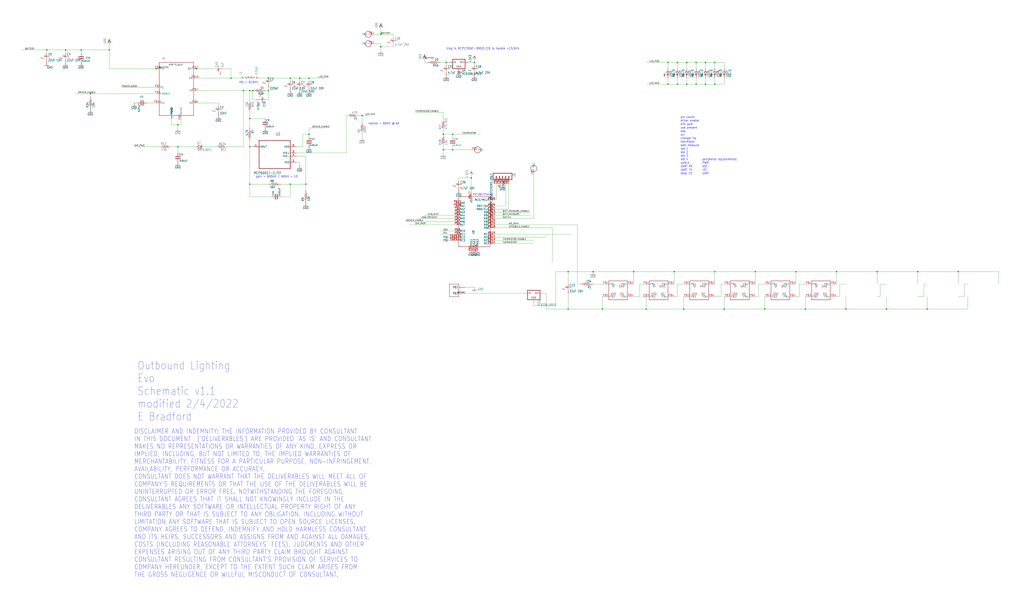
<source format=kicad_sch>
(kicad_sch (version 20250114) (generator "eeschema") (generator_version "9.0")
  (paper "User" 833.272 490.576)
  (text "Outbound Lighting\nEvo\nSchematic v1.1\nmodified 2/4/2022\nE Bradford" (at 111.76 342.9 0) (effects (font (size 6.4516 5.4838)) (justify left bottom)))
  (text "PIC18LF24K40" (at 384.556 159.512 0) (effects (font (size 1.778 1.5113)) (justify left bottom)))
  (text "DISCLAIMER AND INDEMNITY: THE INFORMATION PROVIDED BY CONSULTANT\nIN THIS DOCUMENT  ('DELIVERABLES') ARE PROVIDED 'AS IS' AND CONSULTANT\nMAKES NO REPRESENTATIONS OR WARRANTIES OF ANY KIND, EXPRESS OR\nIMPLIED, INCLUDING, BUT NOT LIMITED TO, THE IMPLIED WARRANTIES OF\nMERCHANTABILITY, FITNESS FOR A PARTICULAR PURPOSE, NON-INFRINGEMENT,\nAVAILABILITY, PERFORMANCE OR ACCURACY.\nCONSULTANT DOES NOT WARRANT THAT THE DELIVERABLES WILL MEET ALL OF\nCOMPANY'S REQUIREMENTS OR THAT THE USE OF THE DELIVERABLES WILL BE\nUNINTERRUPTED OR ERROR FREE. NOTWITHSTANDING THE FOREGOING,\nCONSULTANT AGREES THAT IT SHALL NOT KNOWINGLY INCLUDE IN THE\nDELIVERABLES ANY SOFTWARE OR INTELLECTUAL PROPERTY RIGHT OF ANY\nTHIRD PARTY OR THAT IS SUBJECT TO ANY OBLIGATION, INCLUDING WITHOUT\nLIMITATION ANY SOFTWARE THAT IS SUBJECT TO OPEN SOURCE LICENSES.\nCOMPANY AGREES TO DEFEND, INDEMNIFY AND HOLD HARMLESS CONSULTANT\nAND ITS HEIRS, SUCCESSORS AND ASSIGNS FROM AND AGAINST ALL DAMAGES,\nCOSTS (INCLUDING REASONABLE ATTORNEYS' FEES), JUDGMENTS AND OTHER\nEXPENSES ARISING OUT OF ANY THIRD PARTY CLAIM BROUGHT AGAINST\nCONSULTANT RESULTING FROM CONSULTANT'S PROVISION OF SERVICES TO\nCOMPANY HEREUNDER, EXCEPT TO THE EXTENT SUCH CLAIM ARISES FROM\nTHE GROSS NEGLIGENCE OR WILLFUL MISCONDUCT OF CONSULTANT." (at 109.22 469.9 0) (effects (font (size 3.81 3.2385)) (justify left bottom)))
  (text "Vreg is MCP1703AT-3002E/CB to handle >13.5Vin" (at 363.22 40.64 0) (effects (font (size 1.778 1.5113)) (justify left bottom)))
  (text "Vfb = 610mV" (at 194.564 68.072 0) (effects (font (size 1.778 1.5113)) (justify left bottom)))
  (text "Vsense = 60mV @ 6A" (at 299.72 101.6 0) (effects (font (size 1.778 1.5113)) (justify left bottom)))
  (text "gain = 600mV / 60mV = 10" (at 208.28 144.78 0) (effects (font (size 1.778 1.5113)) (justify left bottom)))
  (text "peripheral requirements:\nPWM\nADC\nI2C\nUART" (at 571.5 142.24 0) (effects (font (size 1.778 1.5113)) (justify left bottom)))
  (text "pin count:\ndriver enable\ndim pwm\nusb present\nsda\nscl\ncharger irq\nthermistor\nbatt measure\nled 1\nled 2\nled 3\nled 4\nswitch\nUART RX\nUART TX\ntotal 15" (at 553.72 142.24 0) (effects (font (size 1.778 1.5113)) (justify left bottom)))
  (junction (at 66.04 40.64))
  (junction (at 203.2 149.86))
  (junction (at 144.78 119.38))
  (junction (at 779.78 220.98))
  (junction (at 368.3 121.92))
  (junction (at 203.2 96.52))
  (junction (at 462.28 220.98))
  (junction (at 53.34 40.64))
  (junction (at 574.04 50.8))
  (junction (at 218.44 73.66))
  (junction (at 680.72 220.98))
  (junction (at 688.34 251.46))
  (junction (at 383.54 144.78))
  (junction (at 543.56 50.8))
  (junction (at 251.46 63.5))
  (junction (at 363.22 50.8))
  (junction (at 360.68 121.92))
  (junction (at 655.32 251.46))
  (junction (at 368.3 109.22))
  (junction (at 203.2 119.38))
  (junction (at 309.88 38.1))
  (junction (at 187.96 63.5))
  (junction (at 88.9 40.64))
  (junction (at 746.76 220.98))
  (junction (at 543.56 68.58))
  (junction (at 566.42 68.58))
  (junction (at 236.22 63.5))
  (junction (at 551.18 50.8))
  (junction (at 581.66 68.58))
  (junction (at 203.2 73.66))
  (junction (at 294.64 93.98))
  (junction (at 198.12 73.66))
  (junction (at 38.1 40.64))
  (junction (at 490.22 251.46))
  (junction (at 462.28 251.46))
  (junction (at 566.42 50.8))
  (junction (at 581.66 50.8))
  (junction (at 386.08 50.8))
  (junction (at 243.84 63.5))
  (junction (at 754.38 251.46))
  (junction (at 127 55.88))
  (junction (at 622.3 251.46))
  (junction (at 558.8 68.58))
  (junction (at 721.36 251.46))
  (junction (at 574.04 68.58))
  (junction (at 551.18 68.58))
  (junction (at 73.66 76.2))
  (junction (at 360.68 109.22))
  (junction (at 647.7 220.98))
  (junction (at 713.74 220.98))
  (junction (at 525.78 251.46))
  (junction (at 558.8 50.8))
  (junction (at 482.6 220.98))
  (junction (at 309.88 27.94))
  (junction (at 515.62 220.98))
  (junction (at 556.26 251.46))
  (junction (at 581.66 220.98))
  (junction (at 589.28 251.46))
  (junction (at 248.92 149.86))
  (junction (at 236.22 149.86))
  (junction (at 218.44 63.5))
  (junction (at 548.64 220.98))
  (junction (at 205.74 73.66))
  (junction (at 614.68 220.98))
  (junction (at 144.78 101.6))
  (junction (at 160.02 55.88))
  (junction (at 251.46 109.22))
  (wire (pts (xy 688.34 251.46) (xy 721.36 251.46)) (stroke (width 0.1524)))
  (wire (pts (xy 378.46 238.76) (xy 426.72 238.76)) (stroke (width 0.1524)))
  (wire (pts (xy 363.22 53.34) (xy 363.22 50.8)) (stroke (width 0.1524)))
  (wire (pts (xy 309.88 35.56) (xy 309.88 38.1)) (stroke (width 0.1524)))
  (wire (pts (xy 680.72 220.98) (xy 647.7 220.98)) (stroke (width 0.1524)))
  (wire (pts (xy 713.74 241.3) (xy 716.28 241.3)) (stroke (width 0.1524)))
  (wire (pts (xy 187.96 55.88) (xy 187.96 63.5)) (stroke (width 0.1524)))
  (wire (pts (xy 144.78 124.46) (xy 144.78 119.38)) (stroke (width 0.1524)))
  (wire (pts (xy 228.6 149.86) (xy 236.22 149.86)) (stroke (width 0.1524)))
  (wire (pts (xy 452.12 220.98) (xy 462.28 220.98)) (stroke (width 0.1524)))
  (wire (pts (xy 109.22 119.38) (xy 129.54 119.38)) (stroke (width 0.1524)))
  (wire (pts (xy 144.78 119.38) (xy 160.02 119.38)) (stroke (width 0.1524)))
  (wire (pts (xy 299.72 93.98) (xy 294.64 93.98)) (stroke (width 0.1524)))
  (wire (pts (xy 434.34 246.38) (xy 434.34 248.92)) (stroke (width 0.1524)))
  (wire (pts (xy 751.84 241.3) (xy 751.84 231.14)) (stroke (width 0.1524)))
  (wire (pts (xy 434.34 177.8) (xy 434.34 142.24)) (stroke (width 0.1524)))
  (wire (pts (xy 784.86 241.3) (xy 784.86 231.14)) (stroke (width 0.1524)))
  (wire (pts (xy 66.04 40.64) (xy 88.9 40.64)) (stroke (width 0.1524)))
  (wire (pts (xy 320.04 38.1) (xy 309.88 38.1)) (stroke (width 0.1524)))
  (wire (pts (xy 386.08 233.68) (xy 378.46 233.68)) (stroke (width 0.1524)))
  (wire (pts (xy 688.34 241.3) (xy 688.34 251.46)) (stroke (width 0.1524)))
  (wire (pts (xy 203.2 73.66) (xy 205.74 73.66)) (stroke (width 0.1524)))
  (wire (pts (xy 566.42 68.58) (xy 558.8 68.58)) (stroke (width 0.1524)))
  (wire (pts (xy 236.22 66.04) (xy 236.22 63.5)) (stroke (width 0.1524)))
  (wire (pts (xy 558.8 68.58) (xy 551.18 68.58)) (stroke (width 0.1524)))
  (wire (pts (xy 581.66 220.98) (xy 581.66 231.14)) (stroke (width 0.1524)))
  (wire (pts (xy 490.22 251.46) (xy 462.28 251.46)) (stroke (width 0.1524)))
  (wire (pts (xy 360.68 119.38) (xy 360.68 121.92)) (stroke (width 0.1524)))
  (wire (pts (xy 812.8 231.14) (xy 812.8 220.98)) (stroke (width 0.1524)))
  (wire (pts (xy 444.5 251.46) (xy 462.28 251.46)) (stroke (width 0.1524)))
  (wire (pts (xy 586.74 241.3) (xy 586.74 231.14)) (stroke (width 0.1524)))
  (wire (pts (xy 551.18 231.14) (xy 556.26 231.14)) (stroke (width 0.1524)))
  (wire (pts (xy 187.96 63.5) (xy 195.58 63.5)) (stroke (width 0.1524)))
  (wire (pts (xy 614.68 241.3) (xy 617.22 241.3)) (stroke (width 0.1524)))
  (wire (pts (xy 203.2 96.52) (xy 203.2 91.44)) (stroke (width 0.1524)))
  (wire (pts (xy 543.56 50.8) (xy 525.78 50.8)) (stroke (width 0.1524)))
  (wire (pts (xy 177.8 83.82) (xy 177.8 86.36)) (stroke (width 0.1524)))
  (wire (pts (xy 525.78 241.3) (xy 525.78 251.46)) (stroke (width 0.1524)))
  (wire (pts (xy 294.64 109.22) (xy 294.64 111.76)) (stroke (width 0.1524)))
  (wire (pts (xy 218.44 63.5) (xy 236.22 63.5)) (stroke (width 0.1524)))
  (wire (pts (xy 304.8 27.94) (xy 309.88 27.94)) (stroke (width 0.1524)))
  (wire (pts (xy 680.72 231.14) (xy 680.72 220.98)) (stroke (width 0.1524)))
  (wire (pts (xy 551.18 63.5) (xy 551.18 68.58)) (stroke (width 0.1524)))
  (wire (pts (xy 345.2876 175.26) (xy 370.84 175.26)) (stroke (width 0.1524)))
  (wire (pts (xy 330.2 180.34) (xy 370.84 180.34)) (stroke (width 0.1524)))
  (wire (pts (xy 17.78 40.64) (xy 38.1 40.64)) (stroke (width 0.1524)))
  (wire (pts (xy 779.78 220.98) (xy 746.76 220.98)) (stroke (width 0.1524)))
  (wire (pts (xy 215.9 73.66) (xy 218.44 73.66)) (stroke (width 0.1524)))
  (wire (pts (xy 680.72 241.3) (xy 683.26 241.3)) (stroke (width 0.1524)))
  (wire (pts (xy 251.46 111.76) (xy 251.46 109.22)) (stroke (width 0.1524)))
  (wire (pts (xy 88.9 40.64) (xy 88.9 35.56)) (stroke (width 0.1524)))
  (wire (pts (xy 574.04 50.8) (xy 566.42 50.8)) (stroke (width 0.1524)))
  (wire (pts (xy 434.34 248.92) (xy 452.12 248.92)) (stroke (width 0.1524)))
  (wire (pts (xy 88.9 55.88) (xy 88.9 40.64)) (stroke (width 0.1524)))
  (wire (pts (xy 203.2 119.38) (xy 203.2 114.3)) (stroke (width 0.1524)))
  (wire (pts (xy 401.32 167.64) (xy 411.48 167.64)) (stroke (width 0.1524)))
  (wire (pts (xy 647.7 231.14) (xy 647.7 220.98)) (stroke (width 0.1524)))
  (wire (pts (xy 716.28 241.3) (xy 716.28 231.14)) (stroke (width 0.1524)))
  (wire (pts (xy 165.1 119.38) (xy 175.26 119.38)) (stroke (width 0.1524)))
  (wire (pts (xy 358.14 187.96) (xy 370.84 187.96)) (stroke (width 0.1524)))
  (wire (pts (xy 558.8 55.88) (xy 558.8 50.8)) (stroke (width 0.1524)))
  (wire (pts (xy 520.7 231.14) (xy 523.24 231.14)) (stroke (width 0.1524)))
  (wire (pts (xy 360.68 121.92) (xy 360.68 124.46)) (stroke (width 0.1524)))
  (wire (pts (xy 401.32 162.56) (xy 403.86 162.56)) (stroke (width 0.1524)))
  (wire (pts (xy 368.3 109.22) (xy 391.16 109.22)) (stroke (width 0.1524)))
  (wire (pts (xy 251.46 66.04) (xy 251.46 63.5)) (stroke (width 0.1524)))
  (wire (pts (xy 147.32 101.6) (xy 147.32 96.52)) (stroke (width 0.1524)))
  (wire (pts (xy 581.66 50.8) (xy 574.04 50.8)) (stroke (width 0.1524)))
  (wire (pts (xy 320.04 27.94) (xy 320.04 30.48)) (stroke (width 0.1524)))
  (wire (pts (xy 309.88 38.1) (xy 309.88 40.64)) (stroke (width 0.1524)))
  (wire (pts (xy 401.32 195.58) (xy 434.34 195.58)) (stroke (width 0.1524)))
  (wire (pts (xy 73.66 78.74) (xy 73.66 76.2)) (stroke (width 0.1524)))
  (wire (pts (xy 574.04 55.88) (xy 574.04 50.8)) (stroke (width 0.1524)))
  (wire (pts (xy 66.04 43.18) (xy 66.04 40.64)) (stroke (width 0.1524)))
  (wire (pts (xy 198.12 119.38) (xy 198.12 73.66)) (stroke (width 0.1524)))
  (wire (pts (xy 111.76 83.82) (xy 109.22 83.82)) (stroke (width 0.1524)))
  (wire (pts (xy 589.28 251.46) (xy 622.3 251.46)) (stroke (width 0.1524)))
  (wire (pts (xy 683.26 241.3) (xy 683.26 231.14)) (stroke (width 0.1524)))
  (wire (pts (xy 556.26 241.3) (xy 556.26 251.46)) (stroke (width 0.1524)))
  (wire (pts (xy 622.3 251.46) (xy 655.32 251.46)) (stroke (width 0.1524)))
  (wire (pts (xy 566.42 50.8) (xy 558.8 50.8)) (stroke (width 0.1524)))
  (wire (pts (xy 655.32 251.46) (xy 688.34 251.46)) (stroke (width 0.1524)))
  (wire (pts (xy 543.56 68.58) (xy 525.78 68.58)) (stroke (width 0.1524)))
  (wire (pts (xy 358.14 190.5) (xy 370.84 190.5)) (stroke (width 0.1524)))
  (wire (pts (xy 185.42 119.38) (xy 198.12 119.38)) (stroke (width 0.1524)))
  (wire (pts (xy 754.38 251.46) (xy 787.4 251.46)) (stroke (width 0.1524)))
  (wire (pts (xy 581.66 63.5) (xy 581.66 68.58)) (stroke (width 0.1524)))
  (wire (pts (xy 363.22 50.8) (xy 365.76 50.8)) (stroke (width 0.1524)))
  (wire (pts (xy 566.42 55.88) (xy 566.42 50.8)) (stroke (width 0.1524)))
  (wire (pts (xy 241.3 119.38) (xy 246.38 119.38)) (stroke (width 0.1524)))
  (wire (pts (xy 218.44 81.28) (xy 218.44 73.66)) (stroke (width 0.1524)))
  (wire (pts (xy 482.6 220.98) (xy 515.62 220.98)) (stroke (width 0.1524)))
  (wire (pts (xy 558.8 63.5) (xy 558.8 68.58)) (stroke (width 0.1524)))
  (wire (pts (xy 434.34 177.8) (xy 401.32 177.8)) (stroke (width 0.1524)))
  (wire (pts (xy 589.28 50.8) (xy 581.66 50.8)) (stroke (width 0.1524)))
  (wire (pts (xy 617.22 231.14) (xy 622.3 231.14)) (stroke (width 0.1524)))
  (wire (pts (xy 543.56 63.5) (xy 543.56 68.58)) (stroke (width 0.1524)))
  (wire (pts (xy 203.2 149.86) (xy 218.44 149.86)) (stroke (width 0.1524)))
  (wire (pts (xy 73.66 76.2) (xy 60.96 76.2)) (stroke (width 0.1524)))
  (wire (pts (xy 515.62 241.3) (xy 520.7 241.3)) (stroke (width 0.1524)))
  (wire (pts (xy 441.96 238.76) (xy 444.5 238.76)) (stroke (width 0.1524)))
  (wire (pts (xy 812.8 220.98) (xy 779.78 220.98)) (stroke (width 0.1524)))
  (wire (pts (xy 368.3 119.38) (xy 368.3 121.92)) (stroke (width 0.1524)))
  (wire (pts (xy 462.28 251.46) (xy 462.28 238.76)) (stroke (width 0.1524)))
  (wire (pts (xy 787.4 251.46) (xy 787.4 241.3)) (stroke (width 0.1524)))
  (wire (pts (xy 574.04 68.58) (xy 566.42 68.58)) (stroke (width 0.1524)))
  (wire (pts (xy 551.18 50.8) (xy 543.56 50.8)) (stroke (width 0.1524)))
  (wire (pts (xy 38.1 43.18) (xy 38.1 40.64)) (stroke (width 0.1524)))
  (wire (pts (xy 414.02 170.18) (xy 414.02 149.86)) (stroke (width 0.1524)))
  (wire (pts (xy 614.68 220.98) (xy 614.68 231.14)) (stroke (width 0.1524)))
  (wire (pts (xy 411.48 167.64) (xy 411.48 149.86)) (stroke (width 0.1524)))
  (wire (pts (xy 713.74 220.98) (xy 680.72 220.98)) (stroke (width 0.1524)))
  (wire (pts (xy 444.5 193.04) (xy 401.32 193.04)) (stroke (width 0.1524)))
  (wire (pts (xy 304.8 35.56) (xy 309.88 35.56)) (stroke (width 0.1524)))
  (wire (pts (xy 548.64 220.98) (xy 548.64 231.14)) (stroke (width 0.1524)))
  (wire (pts (xy 581.66 55.88) (xy 581.66 50.8)) (stroke (width 0.1524)))
  (wire (pts (xy 205.74 73.66) (xy 205.74 81.28)) (stroke (width 0.1524)))
  (wire (pts (xy 119.38 83.82) (xy 127 83.82)) (stroke (width 0.1524)))
  (wire (pts (xy 241.3 124.46) (xy 281.94 124.46)) (stroke (width 0.1524)))
  (wire (pts (xy 490.22 251.46) (xy 490.22 241.3)) (stroke (width 0.1524)))
  (wire (pts (xy 38.1 40.64) (xy 53.34 40.64)) (stroke (width 0.1524)))
  (wire (pts (xy 177.8 83.82) (xy 160.02 83.82)) (stroke (width 0.1524)))
  (wire (pts (xy 746.76 231.14) (xy 746.76 220.98)) (stroke (width 0.1524)))
  (wire (pts (xy 205.74 119.38) (xy 203.2 119.38)) (stroke (width 0.1524)))
  (wire (pts (xy 452.12 248.92) (xy 452.12 220.98)) (stroke (width 0.1524)))
  (wire (pts (xy 99.06 71.12) (xy 127 71.12)) (stroke (width 0.1524)))
  (wire (pts (xy 655.32 241.3) (xy 655.32 251.46)) (stroke (width 0.1524)))
  (wire (pts (xy 309.88 27.94) (xy 309.88 22.86)) (stroke (width 0.1524)))
  (wire (pts (xy 294.64 93.98) (xy 294.64 99.06)) (stroke (width 0.1524)))
  (wire (pts (xy 236.22 63.5) (xy 243.84 63.5)) (stroke (width 0.1524)))
  (wire (pts (xy 515.62 220.98) (xy 548.64 220.98)) (stroke (width 0.1524)))
  (wire (pts (xy 243.84 63.5) (xy 251.46 63.5)) (stroke (width 0.1524)))
  (wire (pts (xy 370.84 182.88) (xy 332.5876 182.88)) (stroke (width 0.1524)))
  (wire (pts (xy 144.78 101.6) (xy 144.78 104.14)) (stroke (width 0.1524)))
  (wire (pts (xy 248.92 149.86) (xy 248.92 154.94)) (stroke (width 0.1524)))
  (wire (pts (xy 144.78 101.6) (xy 147.32 101.6)) (stroke (width 0.1524)))
  (wire (pts (xy 292.1 93.98) (xy 294.64 93.98)) (stroke (width 0.1524)))
  (wire (pts (xy 139.7 119.38) (xy 144.78 119.38)) (stroke (width 0.1524)))
  (wire (pts (xy 469.9 182.88) (xy 401.32 182.88)) (stroke (width 0.1524)))
  (wire (pts (xy 746.76 241.3) (xy 751.84 241.3)) (stroke (width 0.1524)))
  (wire (pts (xy 203.2 119.38) (xy 203.2 149.86)) (stroke (width 0.1524)))
  (wire (pts (xy 589.28 63.5) (xy 589.28 68.58)) (stroke (width 0.1524)))
  (wire (pts (xy 581.66 68.58) (xy 574.04 68.58)) (stroke (width 0.1524)))
  (wire (pts (xy 205.74 81.28) (xy 208.28 81.28)) (stroke (width 0.1524)))
  (wire (pts (xy 203.2 149.86) (xy 203.2 160.02)) (stroke (width 0.1524)))
  (wire (pts (xy 650.24 231.14) (xy 655.32 231.14)) (stroke (width 0.1524)))
  (wire (pts (xy 218.44 73.66) (xy 218.44 71.12)) (stroke (width 0.1524)))
  (wire (pts (xy 251.46 109.22) (xy 246.38 109.22)) (stroke (width 0.1524)))
  (wire (pts (xy 340.2076 177.8) (xy 370.84 177.8)) (stroke (width 0.1524)))
  (wire (pts (xy 548.64 241.3) (xy 551.18 241.3)) (stroke (width 0.1524)))
  (wire (pts (xy 386.08 50.8) (xy 386.08 48.26)) (stroke (width 0.1524)))
  (wire (pts (xy 617.22 241.3) (xy 617.22 231.14)) (stroke (width 0.1524)))
  (wire (pts (xy 215.9 81.28) (xy 218.44 81.28)) (stroke (width 0.1524)))
  (wire (pts (xy 53.34 40.64) (xy 66.04 40.64)) (stroke (width 0.1524)))
  (wire (pts (xy 589.28 241.3) (xy 589.28 251.46)) (stroke (width 0.1524)))
  (wire (pts (xy 449.58 185.42) (xy 449.58 213.36)) (stroke (width 0.1524)))
  (wire (pts (xy 203.2 160.02) (xy 220.98 160.02)) (stroke (width 0.1524)))
  (wire (pts (xy 360.68 109.22) (xy 368.3 109.22)) (stroke (width 0.1524)))
  (wire (pts (xy 368.3 121.92) (xy 383.54 121.92)) (stroke (width 0.1524)))
  (wire (pts (xy 251.46 63.5) (xy 264.16 63.5)) (stroke (width 0.1524)))
  (wire (pts (xy 444.5 238.76) (xy 444.5 251.46)) (stroke (width 0.1524)))
  (wire (pts (xy 566.42 63.5) (xy 566.42 68.58)) (stroke (width 0.1524)))
  (wire (pts (xy 160.02 55.88) (xy 157.48 55.88)) (stroke (width 0.1524)))
  (wire (pts (xy 175.26 55.88) (xy 160.02 55.88)) (stroke (width 0.1524)))
  (wire (pts (xy 236.22 160.02) (xy 236.22 149.86)) (stroke (width 0.1524)))
  (wire (pts (xy 716.28 231.14) (xy 721.36 231.14)) (stroke (width 0.1524)))
  (wire (pts (xy 368.3 109.22) (xy 368.3 111.76)) (stroke (width 0.1524)))
  (wire (pts (xy 403.86 162.56) (xy 403.86 149.86)) (stroke (width 0.1524)))
  (wire (pts (xy 472.44 231.14) (xy 469.9 231.14)) (stroke (width 0.1524)))
  (wire (pts (xy 401.32 175.26) (xy 431.6476 175.26)) (stroke (width 0.1524)))
  (wire (pts (xy 373.38 147.32) (xy 373.38 144.78)) (stroke (width 0.1524)))
  (wire (pts (xy 215.9 96.52) (xy 203.2 96.52)) (stroke (width 0.1524)))
  (wire (pts (xy 139.7 96.52) (xy 139.7 101.6)) (stroke (width 0.1524)))
  (wire (pts (xy 248.92 127) (xy 248.92 149.86)) (stroke (width 0.1524)))
  (wire (pts (xy 779.78 231.14) (xy 779.78 220.98)) (stroke (width 0.1524)))
  (wire (pts (xy 515.62 220.98) (xy 515.62 231.14)) (stroke (width 0.1524)))
  (wire (pts (xy 228.6 160.02) (xy 236.22 160.02)) (stroke (width 0.1524)))
  (wire (pts (xy 622.3 241.3) (xy 622.3 251.46)) (stroke (width 0.1524)))
  (wire (pts (xy 368.3 121.92) (xy 360.68 121.92)) (stroke (width 0.1524)))
  (wire (pts (xy 386.08 50.8) (xy 386.08 53.34)) (stroke (width 0.1524)))
  (wire (pts (xy 548.64 220.98) (xy 581.66 220.98)) (stroke (width 0.1524)))
  (wire (pts (xy 241.3 127) (xy 248.92 127)) (stroke (width 0.1524)))
  (wire (pts (xy 523.24 241.3) (xy 525.78 241.3)) (stroke (width 0.1524)))
  (wire (pts (xy 581.66 241.3) (xy 586.74 241.3)) (stroke (width 0.1524)))
  (wire (pts (xy 586.74 231.14) (xy 589.28 231.14)) (stroke (width 0.1524)))
  (wire (pts (xy 88.9 55.88) (xy 127 55.88)) (stroke (width 0.1524)))
  (wire (pts (xy 462.28 220.98) (xy 462.28 231.14)) (stroke (width 0.1524)))
  (wire (pts (xy 779.78 241.3) (xy 784.86 241.3)) (stroke (width 0.1524)))
  (wire (pts (xy 589.28 68.58) (xy 581.66 68.58)) (stroke (width 0.1524)))
  (wire (pts (xy 754.38 241.3) (xy 754.38 251.46)) (stroke (width 0.1524)))
  (wire (pts (xy 401.32 185.42) (xy 449.58 185.42)) (stroke (width 0.1524)))
  (wire (pts (xy 551.18 68.58) (xy 543.56 68.58)) (stroke (width 0.1524)))
  (wire (pts (xy 160.02 63.5) (xy 187.96 63.5)) (stroke (width 0.1524)))
  (wire (pts (xy 182.88 55.88) (xy 187.96 55.88)) (stroke (width 0.1524)))
  (wire (pts (xy 525.78 251.46) (xy 490.22 251.46)) (stroke (width 0.1524)))
  (wire (pts (xy 581.66 220.98) (xy 614.68 220.98)) (stroke (width 0.1524)))
  (wire (pts (xy 241.3 132.08) (xy 243.84 132.08)) (stroke (width 0.1524)))
  (wire (pts (xy 127 76.2) (xy 73.66 76.2)) (stroke (width 0.1524)))
  (wire (pts (xy 360.68 96.52) (xy 360.68 91.44)) (stroke (width 0.1524)))
  (wire (pts (xy 683.26 231.14) (xy 688.34 231.14)) (stroke (width 0.1524)))
  (wire (pts (xy 551.18 55.88) (xy 551.18 50.8)) (stroke (width 0.1524)))
  (wire (pts (xy 589.28 251.46) (xy 556.26 251.46)) (stroke (width 0.1524)))
  (wire (pts (xy 198.12 73.66) (xy 160.02 73.66)) (stroke (width 0.1524)))
  (wire (pts (xy 358.14 50.8) (xy 363.22 50.8)) (stroke (width 0.1524)))
  (wire (pts (xy 198.12 73.66) (xy 203.2 73.66)) (stroke (width 0.1524)))
  (wire (pts (xy 713.74 231.14) (xy 713.74 220.98)) (stroke (width 0.1524)))
  (wire (pts (xy 309.88 27.94) (xy 320.04 27.94)) (stroke (width 0.1524)))
  (wire (pts (xy 203.2 81.28) (xy 203.2 73.66)) (stroke (width 0.1524)))
  (wire (pts (xy 360.68 109.22) (xy 360.68 106.68)) (stroke (width 0.1524)))
  (wire (pts (xy 647.7 241.3) (xy 650.24 241.3)) (stroke (width 0.1524)))
  (wire (pts (xy 251.46 109.22) (xy 251.46 104.14)) (stroke (width 0.1524)))
  (wire (pts (xy 482.6 231.14) (xy 490.22 231.14)) (stroke (width 0.1524)))
  (wire (pts (xy 360.68 91.44) (xy 337.82 91.44)) (stroke (width 0.1524)))
  (wire (pts (xy 647.7 220.98) (xy 614.68 220.98)) (stroke (width 0.1524)))
  (wire (pts (xy 381 50.8) (xy 386.08 50.8)) (stroke (width 0.1524)))
  (wire (pts (xy 383.54 144.78) (xy 383.54 142.24)) (stroke (width 0.1524)))
  (wire (pts (xy 401.32 170.18) (xy 414.02 170.18)) (stroke (width 0.1524)))
  (wire (pts (xy 751.84 231.14) (xy 754.38 231.14)) (stroke (width 0.1524)))
  (wire (pts (xy 556.26 251.46) (xy 525.78 251.46)) (stroke (width 0.1524)))
  (wire (pts (xy 589.28 55.88) (xy 589.28 50.8)) (stroke (width 0.1524)))
  (wire (pts (xy 345.44 50.8) (xy 345.44 48.26)) (stroke (width 0.1524)))
  (wire (pts (xy 469.9 231.14) (xy 469.9 182.88)) (stroke (width 0.1524)))
  (wire (pts (xy 784.86 231.14) (xy 787.4 231.14)) (stroke (width 0.1524)))
  (wire (pts (xy 551.18 241.3) (xy 551.18 231.14)) (stroke (width 0.1524)))
  (wire (pts (xy 482.6 220.98) (xy 462.28 220.98)) (stroke (width 0.1524)))
  (wire (pts (xy 650.24 241.3) (xy 650.24 231.14)) (stroke (width 0.1524)))
  (wire (pts (xy 464.82 190.5) (xy 401.32 190.5)) (stroke (width 0.1524)))
  (wire (pts (xy 243.84 132.08) (xy 243.84 134.62)) (stroke (width 0.1524)))
  (wire (pts (xy 401.32 198.12) (xy 434.1876 198.12)) (stroke (width 0.1524)))
  (wire (pts (xy 746.76 220.98) (xy 713.74 220.98)) (stroke (width 0.1524)))
  (wire (pts (xy 236.22 149.86) (xy 248.92 149.86)) (stroke (width 0.1524)))
  (wire (pts (xy 383.54 157.48) (xy 383.54 144.78)) (stroke (width 0.1524)))
  (wire (pts (xy 53.34 40.64) (xy 53.34 43.18)) (stroke (width 0.1524)))
  (wire (pts (xy 243.84 66.04) (xy 243.84 63.5)) (stroke (width 0.1524)))
  (wire (pts (xy 347.98 50.8) (xy 345.44 50.8)) (stroke (width 0.1524)))
  (wire (pts (xy 203.2 104.14) (xy 203.2 96.52)) (stroke (width 0.1524)))
  (wire (pts (xy 721.36 241.3) (xy 721.36 251.46)) (stroke (width 0.1524)))
  (wire (pts (xy 281.94 124.46) (xy 281.94 93.98)) (stroke (width 0.1524)))
  (wire (pts (xy 431.6476 172.72) (xy 401.32 172.72)) (stroke (width 0.1524)))
  (wire (pts (xy 721.36 251.46) (xy 754.38 251.46)) (stroke (width 0.1524)))
  (wire (pts (xy 543.56 55.88) (xy 543.56 50.8)) (stroke (width 0.1524)))
  (wire (pts (xy 574.04 63.5) (xy 574.04 68.58)) (stroke (width 0.1524)))
  (wire (pts (xy 127 55.88) (xy 129.54 55.88)) (stroke (width 0.1524)))
  (wire (pts (xy 520.7 241.3) (xy 520.7 231.14)) (stroke (width 0.1524)))
  (wire (pts (xy 139.7 101.6) (xy 144.78 101.6)) (stroke (width 0.1524)))
  (wire (pts (xy 373.38 144.78) (xy 383.54 144.78)) (stroke (width 0.1524)))
  (wire (pts (xy 210.82 63.5) (xy 218.44 63.5)) (stroke (width 0.1524)))
  (wire (pts (xy 558.8 50.8) (xy 551.18 50.8)) (stroke (width 0.1524)))
  (wire (pts (xy 246.38 119.38) (xy 246.38 109.22)) (stroke (width 0.1524)))
  (wire (pts (xy 264.16 104.14) (xy 251.46 104.14)) (stroke (width 0.1524)))
  (label "SDA" (at 360.68 187.96 0) (effects (font (size 1.2446 1.2446))))
  (label "POWER_GOOD" (at 99.06 71.12 0) (effects (font (size 1.2446 1.2446))))
  (label "LED_POS" (at 528.32 50.8 0) (effects (font (size 1.2446 1.2446))))
  (label "SCL" (at 360.68 190.5 0) (effects (font (size 1.2446 1.2446))))
  (label "CHG_STAT" (at 347.98 175.26 0) (effects (font (size 1.2446 1.2446))))
  (label "LED_NEG" (at 528.32 68.58 0) (effects (font (size 1.2446 1.2446))))
  (label "DRIVER_ENABLE" (at 63.5 76.2 0) (effects (font (size 1.2446 1.2446))))
  (label "MPM3612_ENABLE" (at 414.02 185.42 0) (effects (font (size 1.2446 1.2446))))
  (label "BATTERY" (at 129.54 55.88 0) (effects (font (size 1.2446 1.2446))))
  (label "SWITCH" (at 408.94 177.8 0) (effects (font (size 1.2446 1.2446))))
  (label "LED_POS" (at 259.08 63.5 0) (effects (font (size 1.2446 1.2446))))
  (label "THERMISTOR" (at 375.92 109.22 0) (effects (font (size 1.2446 1.2446))))
  (label "USB_PRESENT" (at 342.9 177.8 0) (effects (font (size 1.2446 1.2446))))
  (label "DIM_PWM" (at 337.82 182.88 0) (effects (font (size 1.2446 1.2446))))
  (label "THERMISTOR" (at 408.94 198.12 0) (effects (font (size 1.2446 1.2446))))
  (label "BATTERY" (at 309.88 27.94 0) (effects (font (size 1.2446 1.2446))))
  (label "WS_DATA" (at 414.02 182.88 0) (effects (font (size 1.2446 1.2446))))
  (label "DRIVER_ENABLE" (at 254 104.14 0) (effects (font (size 1.2446 1.2446))))
  (label "BATTERY" (at 20.32 40.64 0) (effects (font (size 1.2446 1.2446))))
  (label "THERMISTOR_ENABLE" (at 337.82 91.44 0) (effects (font (size 1.2446 1.2446))))
  (label "BATT_MEASURE_ENABLE" (at 408.94 172.72 0) (effects (font (size 1.2446 1.2446))))
  (label "LED_NEG" (at 297.18 93.98 0) (effects (font (size 1.2446 1.2446))))
  (label "BATT_MEASURE" (at 408.94 175.26 0) (effects (font (size 1.2446 1.2446))))
  (label "BATTERY" (at 378.46 238.76 180) (effects (font (size 1.016 1.016))))
  (label "DIM_PWM" (at 109.22 119.38 0) (effects (font (size 1.2446 1.2446))))
  (label "DRIVER_ENABLE" (at 330.2 180.34 0) (effects (font (size 1.2446 1.2446))))
  (label "BATTERY" (at 345.44 48.26 0) (effects (font (size 1.2446 1.2446))))
  (label "THERMISTOR_ENABLE" (at 408.94 195.58 0) (effects (font (size 1.2446 1.2446))))
  (symbol (lib_id "eEvo v1.7_MP8770-eagle-import:XQ-D") (at 566.42 60.96 0) (unit 1)
    (property "Reference" "LED4" (at 569.976 62.992 90) (effects (font (size 1.778 1.5113)) (justify left bottom)))
    (property "Value" "XQ-D" (at 572.135 62.992 90) (effects (font (size 1.778 1.5113)) (justify left bottom)))
    (property "Footprint" "eEvo v1.7_MP8770:XQ-D" (effects (hide yes)))
  )
  (symbol (lib_id "eEvo v1.7_MP8770-eagle-import:R-US_R0603") (at 223.52 149.86 0) (unit 1)
    (property "Reference" "R8" (at 219.71 148.3614 0) (effects (font (size 1.778 1.5113)) (justify left bottom)))
    (property "Value" "56k" (at 219.71 153.162 0) (effects (font (size 1.778 1.5113)) (justify left bottom)))
    (property "Footprint" "eEvo v1.7_MP8770:R0603" (effects (hide yes)))
  )
  (symbol (lib_id "eEvo v1.7_MP8770-eagle-import:GND") (at 243.84 137.16 0) (unit 1)
    (property "Reference" "#GND14" (effects (hide yes)))
    (property "Value" "GND" (at 241.3 139.7 0) (effects (font (size 1.778 1.5113)) (justify left bottom)))
  )
  (symbol (lib_id "#gplm:cap/CAP-0001-0000") (at 115.57 83.82 270) (unit 1)
    (property "Reference" "C1" (at 114.2191 78.74 90) (effects (justify left)))
    (property "Value" "0.01uF" (at 113.03 84.455 0) (effects (justify left)))
    (property "Footprint" "g-cap:C0603_DS" (effects (hide yes)))
    (property "Datasheet" "N/A" (effects (hide yes)))
    (property "Description" "0.1uF 25V 0603 X7R" (effects (hide yes)))
    (property "IPN" "CAP-0001-0000" (effects (hide yes)))
    (property "Manufacturer" "Generic" (effects (hide yes)))
    (property "MPN" "Generic" (effects (hide yes)))
    (property "Capacitance" "0.01uF" (effects (hide yes)))
    (property "Voltage" "25V" (effects (hide yes)))
    (property "Material" "X7R" (effects (hide yes)))
    (property "Tolerance" "10%" (effects (hide yes)))
  )
  (symbol (lib_id "eEvo v1.7_MP8770-eagle-import:GND") (at 482.6 223.52 0) (unit 1)
    (property "Reference" "#GND55" (effects (hide yes)))
    (property "Value" "GND" (at 480.06 226.06 0) (effects (font (size 1.778 1.5113)) (justify left bottom)))
  )
  (symbol (lib_id "eEvo v1.7_MP8770-eagle-import:GND") (at 243.84 76.2 0) (unit 1)
    (property "Reference" "#GND8" (effects (hide yes)))
    (property "Value" "GND" (at 241.3 78.74 0) (effects (font (size 1.778 1.5113)) (justify left bottom)))
  )
  (symbol (lib_id "eEvo v1.7_MP8770-eagle-import:GND") (at 309.88 43.18 0) (unit 1)
    (property "Reference" "#GND54" (effects (hide yes)))
    (property "Value" "GND" (at 307.34 45.72 0) (effects (font (size 1.778 1.5113)) (justify left bottom)))
  )
  (symbol (lib_id "eEvo v1.7_MP8770-eagle-import:R-US_R0603") (at 248.92 160.02 90) (unit 1)
    (property "Reference" "R9" (at 247.4214 163.83 0) (effects (font (size 1.778 1.5113)) (justify left bottom)))
    (property "Value" "10k" (at 252.222 163.83 0) (effects (font (size 1.778 1.5113)) (justify left bottom)))
    (property "Footprint" "eEvo v1.7_MP8770:R0603" (effects (hide yes)))
  )
  (symbol (lib_id "eEvo v1.7_MP8770-eagle-import:GND") (at 408.94 152.4 0) (unit 1)
    (property "Reference" "#GND44" (effects (hide yes)))
    (property "Value" "GND" (at 406.4 154.94 0) (effects (font (size 1.778 1.5113)) (justify left bottom)))
  )
  (symbol (lib_id "eEvo v1.7_MP8770-eagle-import:R-US_R0603") (at 73.66 83.82 90) (unit 1)
    (property "Reference" "R34" (at 72.1614 87.63 0) (effects (font (size 1.778 1.5113)) (justify left bottom)))
    (property "Value" "10k" (at 76.962 87.63 0) (effects (font (size 1.778 1.5113)) (justify left bottom)))
    (property "Footprint" "eEvo v1.7_MP8770:R0603" (effects (hide yes)))
  )
  (symbol (lib_id "eEvo v1.7_MP8770-eagle-import:R-US_R0603") (at 134.62 119.38 0) (unit 1)
    (property "Reference" "R12" (at 130.81 117.8814 0) (effects (font (size 1.778 1.5113)) (justify left bottom)))
    (property "Value" "7.5k" (at 130.81 122.682 0) (effects (font (size 1.778 1.5113)) (justify left bottom)))
    (property "Footprint" "eEvo v1.7_MP8770:R0603" (effects (hide yes)))
  )
  (symbol (lib_id "eEvo v1.7_MP8770-eagle-import:XQ-D") (at 581.66 60.96 0) (unit 1)
    (property "Reference" "LED6" (at 585.216 62.992 90) (effects (font (size 1.778 1.5113)) (justify left bottom)))
    (property "Value" "XQ-D" (at 587.375 62.992 90) (effects (font (size 1.778 1.5113)) (justify left bottom)))
    (property "Footprint" "eEvo v1.7_MP8770:XQ-D" (effects (hide yes)))
  )
  (symbol (lib_id "eEvo v1.7_MP8770-eagle-import:VDD") (at 88.9 33.02 0) (unit 1)
    (property "Reference" "#VBAT1" (effects (hide yes)))
    (property "Value" "VDD" (at 86.36 35.56 90) (effects (font (size 1.778 1.5113)) (justify left bottom)))
  )
  (symbol (lib_id "eEvo v1.7_MP8770-eagle-import:GND") (at 236.22 76.2 0) (unit 1)
    (property "Reference" "#GND7" (effects (hide yes)))
    (property "Value" "GND" (at 233.68 78.74 0) (effects (font (size 1.778 1.5113)) (justify left bottom)))
  )
  (symbol (lib_id "eEvo v1.7_MP8770-eagle-import:WS2812B-2020") (at 614.68 243.84 0) (unit 1)
    (property "Reference" "U$5" (effects (hide yes)))
    (property "Value" "WS2812B-2020" (effects (hide yes)))
    (property "Footprint" "eEvo v1.7_MP8770:WS2812B-2020" (effects (hide yes)))
  )
  (symbol (lib_id "eEvo v1.7_MP8770-eagle-import:R-US_R0603") (at 353.06 50.8 180) (unit 1)
    (property "Reference" "R16" (at 356.87 52.2986 0) (effects (font (size 1.778 1.5113)) (justify left bottom)))
    (property "Value" "10" (at 356.87 47.498 0) (effects (font (size 1.778 1.5113)) (justify left bottom)))
    (property "Footprint" "eEvo v1.7_MP8770:R0603" (effects (hide yes)))
  )
  (symbol (lib_id "eEvo v1.7_MP8770-eagle-import:GND") (at 360.68 127 0) (unit 1)
    (property "Reference" "#GND42" (effects (hide yes)))
    (property "Value" "GND" (at 358.14 129.54 0) (effects (font (size 1.778 1.5113)) (justify left bottom)))
  )
  (symbol (lib_id "eEvo v1.7_MP8770-eagle-import:R-US_R0603") (at 287.02 93.98 180) (unit 1)
    (property "Reference" "R6" (at 290.83 95.4786 0) (effects (font (size 1.778 1.5113)) (justify left bottom)))
    (property "Value" "470" (at 290.83 90.678 0) (effects (font (size 1.778 1.5113)) (justify left bottom)))
    (property "Footprint" "eEvo v1.7_MP8770:R0603" (effects (hide yes)))
  )
  (symbol (lib_id "eEvo v1.7_MP8770-eagle-import:SMF5.0AT1") (at 162.56 119.38 0) (unit 1)
    (property "Reference" "D7" (at 160.274 117.475 0) (effects (font (size 1.778 1.5113)) (justify left bottom)))
    (property "Value" "SMF5.0AT1" (at 160.274 122.809 0) (effects (font (size 1.778 1.5113)) (justify left bottom)))
    (property "Footprint" "eEvo v1.7_MP8770:SOD123FL" (effects (hide yes)))
  )
  (symbol (lib_id "eEvo v1.7_MP8770-eagle-import:XQ-D") (at 589.28 60.96 0) (unit 1)
    (property "Reference" "LED7" (at 592.836 62.992 90) (effects (font (size 1.778 1.5113)) (justify left bottom)))
    (property "Value" "XQ-D" (at 594.995 62.992 90) (effects (font (size 1.778 1.5113)) (justify left bottom)))
    (property "Footprint" "eEvo v1.7_MP8770:XQ-D" (effects (hide yes)))
  )
  (symbol (lib_id "eEvo v1.7_MP8770-eagle-import:GND") (at 53.34 53.34 0) (unit 1)
    (property "Reference" "#GND6" (effects (hide yes)))
    (property "Value" "GND" (at 50.8 55.88 0) (effects (font (size 1.778 1.5113)) (justify left bottom)))
  )
  (symbol (lib_id "eEvo v1.7_MP8770-eagle-import:R-US_R0603") (at 360.68 101.6 90) (unit 1)
    (property "Reference" "R27" (at 359.1814 105.41 0) (effects (font (size 1.778 1.5113)) (justify left bottom)))
    (property "Value" "47k NTC" (at 363.982 105.41 0) (effects (font (size 1.778 1.5113)) (justify left bottom)))
    (property "Footprint" "eEvo v1.7_MP8770:R0603" (effects (hide yes)))
  )
  (symbol (lib_id "eEvo v1.7_MP8770-eagle-import:GND") (at 251.46 76.2 0) (unit 1)
    (property "Reference" "#GND9" (effects (hide yes)))
    (property "Value" "GND" (at 248.92 78.74 0) (effects (font (size 1.778 1.5113)) (justify left bottom)))
  )
  (symbol (lib_id "eEvo v1.7_MP8770-eagle-import:WS2812B-2020") (at 581.66 243.84 0) (unit 1)
    (property "Reference" "U$4" (effects (hide yes)))
    (property "Value" "WS2812B-2020" (effects (hide yes)))
    (property "Footprint" "eEvo v1.7_MP8770:WS2812B-2020" (effects (hide yes)))
  )
  (symbol (lib_id "eEvo v1.7_MP8770-eagle-import:GND") (at 215.9 106.68 0) (unit 1)
    (property "Reference" "#GND15" (effects (hide yes)))
    (property "Value" "GND" (at 213.36 109.22 0) (effects (font (size 1.778 1.5113)) (justify left bottom)))
  )
  (symbol (lib_id "eEvo v1.7_MP8770-eagle-import:SMD_INDUCT_5.7X5.2") (at 203.2 63.5 90) (unit 1)
    (property "Reference" "L1" (at 196.85 60.96 0) (effects (font (size 1.778 1.5113)) (justify left bottom)))
    (property "Value" "2.2uH" (at 209.55 60.96 0) (effects (font (size 1.778 1.5113)) (justify left bottom)))
    (property "Footprint" "eEvo v1.7_MP8770:INDUCTOR_5.7X5.2" (effects (hide yes)))
  )
  (symbol (lib_id "eEvo v1.7_MP8770-eagle-import:C-USC0603") (at 243.84 68.58 0) (unit 1)
    (property "Reference" "C7" (at 244.856 67.945 0) (effects (font (size 1.778 1.5113)) (justify left bottom)))
    (property "Value" "22uF 10V" (at 244.856 75.311 0) (effects (font (size 1.778 1.5113)) (justify left bottom)))
    (property "Footprint" "eEvo v1.7_MP8770:C0603" (effects (hide yes)))
  )
  (symbol (lib_id "eEvo v1.7_MP8770-eagle-import:GND") (at 177.8 96.52 0) (unit 1)
    (property "Reference" "#GND2" (effects (hide yes)))
    (property "Value" "GND" (at 175.26 99.06 0) (effects (font (size 1.778 1.5113)) (justify left bottom)))
  )
  (symbol (lib_id "eEvo v1.7_MP8770-eagle-import:VDD") (at 309.88 20.32 0) (unit 1)
    (property "Reference" "#VBAT3" (effects (hide yes)))
    (property "Value" "VDD" (at 307.34 22.86 90) (effects (font (size 1.778 1.5113)) (justify left bottom)))
  )
  (symbol (lib_id "eEvo v1.7_MP8770-eagle-import:R-US_R0603") (at 477.52 231.14 180) (unit 1)
    (property "Reference" "R1" (at 481.33 232.6386 0) (effects (font (size 1.778 1.5113)) (justify left bottom)))
    (property "Value" "15k" (at 481.33 227.838 0) (effects (font (size 1.778 1.5113)) (justify left bottom)))
    (property "Footprint" "eEvo v1.7_MP8770:R0603" (effects (hide yes)))
  )
  (symbol (lib_id "eEvo v1.7_MP8770-eagle-import:XC6206_VREG") (at 434.34 238.76 0) (unit 1)
    (property "Reference" "U3" (at 436.88 246.38 0) (effects (font (size 1.778 1.5113)) (justify left bottom)))
    (property "Value" "XC6206_VREG" (at 436.88 248.92 0) (effects (font (size 1.778 1.5113)) (justify left bottom)))
    (property "Footprint" "eEvo v1.7_MP8770:SOT-23" (effects (hide yes)))
  )
  (symbol (lib_id "eEvo v1.7_MP8770-eagle-import:WS2812B-2020") (at 548.64 243.84 0) (unit 1)
    (property "Reference" "U$3" (effects (hide yes)))
    (property "Value" "WS2812B-2020" (effects (hide yes)))
    (property "Footprint" "eEvo v1.7_MP8770:WS2812B-2020" (effects (hide yes)))
  )
  (symbol (lib_id "eEvo v1.7_MP8770-eagle-import:CONN_2-PIN_MOLEX_PICOEZMATE") (at 370.84 236.22 0) (unit 1)
    (property "Reference" "J1" (effects (hide yes)))
    (property "Value" "CONN_2-PIN_MOLEX_PICOEZMATE" (effects (hide yes)))
    (property "Footprint" "eEvo v1.7_MP8770:CONN_2-PIN_MOLEX_PICOEZMATE" (effects (hide yes)))
  )
  (symbol (lib_id "eEvo v1.7_MP8770-eagle-import:WIREPAD_50MIL") (at 370.84 195.58 270) (unit 1)
    (property "Reference" "RX0" (effects (hide yes)))
    (property "Value" "WIREPAD_50MIL" (effects (hide yes)))
    (property "Footprint" "eEvo v1.7_MP8770:WIREPAD_50MIL" (effects (hide yes)))
  )
  (symbol (lib_id "eEvo v1.7_MP8770-eagle-import:R-US_R0603") (at 180.34 119.38 180) (unit 1)
    (property "Reference" "R11" (at 184.15 120.8786 0) (effects (font (size 1.778 1.5113)) (justify left bottom)))
    (property "Value" "36.5k" (at 184.15 116.078 0) (effects (font (size 1.778 1.5113)) (justify left bottom)))
    (property "Footprint" "eEvo v1.7_MP8770:R0603" (effects (hide yes)))
  )
  (symbol (lib_id "eEvo v1.7_MP8770-eagle-import:C-USC0603") (at 386.08 55.88 0) (unit 1)
    (property "Reference" "C18" (at 387.096 55.245 0) (effects (font (size 1.778 1.5113)) (justify left bottom)))
    (property "Value" "4.7uF 25V" (at 387.096 60.071 0) (effects (font (size 1.778 1.5113)) (justify left bottom)))
    (property "Footprint" "eEvo v1.7_MP8770:C0603" (effects (hide yes)))
  )
  (symbol (lib_id "eEvo v1.7_MP8770-eagle-import:MCP6001T-E/OT") (at 223.52 121.92 0) (mirror y) (unit 1)
    (property "Reference" "U2" (at 228.2444 110.2614 0) (effects (font (size 2.0828 1.7703)) (justify left bottom)))
    (property "Value" "MCP6001T-E/OT" (at 229.0826 141.8844 0) (effects (font (size 2.0828 1.7703)) (justify left bottom)))
    (property "Footprint" "eEvo v1.7_MP8770:SOT95P270X145-5N" (effects (hide yes)))
  )
  (symbol (lib_name "cap/CAP-0001-0000_1") (lib_id "#gplm:cap/CAP-0001-0000") (at 66.04 46.99 0) (unit 1)
    (property "Reference" "C41" (at 69.85 46.9899 0) (effects (justify left)))
    (property "Value" "0.01uF" (at 66.675 49.53 0) (effects (justify left)))
    (property "Footprint" "#g-cap:C0603_DS" (effects (hide yes)))
    (property "Datasheet" "N/A" (effects (hide yes)))
    (property "Description" "0.1uF 25V 0603 X7R" (effects (hide yes)))
    (property "IPN" "CAP-0001-0000" (effects (hide yes)))
    (property "Manufacturer" "Generic" (effects (hide yes)))
    (property "MPN" "Generic" (effects (hide yes)))
    (property private "Capacitance" "0.01uF" (effects (hide yes)))
    (property "Voltage" "25V" (effects (hide yes)))
    (property "Material" "X7R" (effects (hide yes)))
    (property "Tolerance" "10%" (effects (hide yes)))
  )
  (symbol (lib_id "eEvo v1.7_MP8770-eagle-import:GND") (at 73.66 91.44 0) (unit 1)
    (property "Reference" "#GND52" (effects (hide yes)))
    (property "Value" "GND" (at 71.12 93.98 0) (effects (font (size 1.778 1.5113)) (justify left bottom)))
  )
  (symbol (lib_id "eEvo v1.7_MP8770-eagle-import:WIREPAD_50MIL") (at 370.84 193.04 270) (unit 1)
    (property "Reference" "TX0" (effects (hide yes)))
    (property "Value" "WIREPAD_50MIL" (effects (hide yes)))
    (property "Footprint" "eEvo v1.7_MP8770:WIREPAD_50MIL" (effects (hide yes)))
  )
  (symbol (lib_id "eEvo v1.7_MP8770-eagle-import:GND") (at 373.38 60.96 0) (unit 1)
    (property "Reference" "#GND32" (effects (hide yes)))
    (property "Value" "GND" (at 370.84 63.5 0) (effects (font (size 1.778 1.5113)) (justify left bottom)))
  )
  (symbol (lib_id "eEvo v1.7_MP8770-eagle-import:C-USC0603") (at 177.8 55.88 90) (unit 1)
    (property "Reference" "C40" (at 177.165 54.864 0) (effects (font (size 1.778 1.5113)) (justify left bottom)))
    (property "Value" "1uF" (at 181.991 54.864 0) (effects (font (size 1.778 1.5113)) (justify left bottom)))
    (property "Footprint" "eEvo v1.7_MP8770:C0603" (effects (hide yes)))
  )
  (symbol (lib_id "eEvo v1.7_MP8770-eagle-import:XQ-D") (at 543.56 60.96 0) (unit 1)
    (property "Reference" "LED1" (at 547.116 62.992 90) (effects (font (size 1.778 1.5113)) (justify left bottom)))
    (property "Value" "XQ-D" (at 549.275 62.992 90) (effects (font (size 1.778 1.5113)) (justify left bottom)))
    (property "Footprint" "eEvo v1.7_MP8770:XQ-D" (effects (hide yes)))
  )
  (symbol (lib_id "eEvo v1.7_MP8770-eagle-import:R-US_M1206") (at 294.64 104.14 90) (unit 1)
    (property "Reference" "R5" (at 293.1414 107.95 0) (effects (font (size 1.778 1.5113)) (justify left bottom)))
    (property "Value" "0R01" (at 297.942 107.95 0) (effects (font (size 1.778 1.5113)) (justify left bottom)))
    (property "Footprint" "eEvo v1.7_MP8770:M1206" (effects (hide yes)))
  )
  (symbol (lib_id "eEvo v1.7_MP8770-eagle-import:GND") (at 294.64 114.3 0) (unit 1)
    (property "Reference" "#GND3" (effects (hide yes)))
    (property "Value" "GND" (at 292.1 116.84 0) (effects (font (size 1.778 1.5113)) (justify left bottom)))
  )
  (symbol (lib_id "eEvo v1.7_MP8770-eagle-import:WS2812B-2020") (at 680.72 243.84 0) (unit 1)
    (property "Reference" "U$7" (effects (hide yes)))
    (property "Value" "WS2812B-2020" (effects (hide yes)))
    (property "Footprint" "eEvo v1.7_MP8770:WS2812B-2020" (effects (hide yes)))
  )
  (symbol (lib_id "eEvo v1.7_MP8770-eagle-import:GND") (at 248.92 167.64 0) (unit 1)
    (property "Reference" "#GND16" (effects (hide yes)))
    (property "Value" "GND" (at 246.38 170.18 0) (effects (font (size 1.778 1.5113)) (justify left bottom)))
  )
  (symbol (lib_id "eEvo v1.7_MP8770-eagle-import:R-US_R0603") (at 203.2 109.22 270) (unit 1)
    (property "Reference" "R7" (at 204.6986 105.41 0) (effects (font (size 1.778 1.5113)) (justify left bottom)))
    (property "Value" "4.7k" (at 199.898 105.41 0) (effects (font (size 1.778 1.5113)) (justify left bottom)))
    (property "Footprint" "eEvo v1.7_MP8770:R0603" (effects (hide yes)))
  )
  (symbol (lib_id "eEvo v1.7_MP8770-eagle-import:WIREPAD2X2MM_SQ") (at 434.34 142.24 90) (unit 1)
    (property "Reference" "U$12" (effects (hide yes)))
    (property "Value" "WIREPAD2X2MM_SQ" (effects (hide yes)))
    (property "Footprint" "eEvo v1.7_MP8770:PAD_2X2" (effects (hide yes)))
  )
  (symbol (lib_id "eEvo v1.7_MP8770-eagle-import:MP8770_BUCK") (at 144.78 68.58 0) (unit 1)
    (property "Reference" "U1" (at 132.08 48.26 0) (effects (font (size 1.27 1.0795)) (justify left bottom)))
    (property "Value" "MP8770_BUCK" (at 137.16 53.34 0) (effects (font (size 1.27 1.0795)) (justify left bottom)))
    (property "Footprint" "eEvo v1.7_MP8770:MP8770_BUCK" (effects (hide yes)))
  )
  (symbol (lib_id "#gplm:cap/CAP-0001-0000") (at 251.46 115.57 0) (unit 1)
    (property "Reference" "C12" (at 252.095 113.03 0) (effects (justify left)))
    (property "Value" "0.01uF" (at 252.095 118.11 0) (effects (justify left)))
    (property "Footprint" "g-cap:C0603_DS" (effects (hide yes)))
    (property "Datasheet" "N/A" (effects (hide yes)))
    (property "Description" "0.1uF 25V 0603 X7R" (effects (hide yes)))
    (property "IPN" "CAP-0001-0000" (effects (hide yes)))
    (property "Manufacturer" "Generic" (effects (hide yes)))
    (property "MPN" "Generic" (effects (hide yes)))
    (property "Capacitance" "0.01uF" (effects (hide yes)))
    (property "Voltage" "25V" (effects (hide yes)))
    (property "Material" "X7R" (effects (hide yes)))
    (property "Tolerance" "10%" (effects (hide yes)))
  )
  (symbol (lib_id "eEvo v1.7_MP8770-eagle-import:GND") (at 66.04 53.34 0) (unit 1)
    (property "Reference" "#GND4" (effects (hide yes)))
    (property "Value" "GND" (at 63.5 55.88 0) (effects (font (size 1.778 1.5113)) (justify left bottom)))
  )
  (symbol (lib_id "eEvo v1.7_MP8770-eagle-import:GND") (at 383.54 205.74 0) (unit 1)
    (property "Reference" "#GND46" (effects (hide yes)))
    (property "Value" "GND" (at 381 208.28 0) (effects (font (size 1.778 1.5113)) (justify left bottom)))
  )
  (symbol (lib_id "eEvo v1.7_MP8770-eagle-import:GND") (at 373.38 157.48 0) (unit 1)
    (property "Reference" "#GND45" (effects (hide yes)))
    (property "Value" "GND" (at 370.84 160.02 0) (effects (font (size 1.778 1.5113)) (justify left bottom)))
  )
  (symbol (lib_id "#gplm:cap/CAP-0001-0000") (at 368.3 115.57 0) (unit 1)
    (property "Reference" "C25" (at 368.935 113.03 0) (effects (justify left)))
    (property "Value" "0.01uF" (at 368.935 118.11 0) (effects (justify left)))
    (property "Footprint" "g-cap:C0603_DS" (effects (hide yes)))
    (property "Datasheet" "N/A" (effects (hide yes)))
    (property "Description" "0.1uF 25V 0603 X7R" (effects (hide yes)))
    (property "IPN" "CAP-0001-0000" (effects (hide yes)))
    (property "Manufacturer" "Generic" (effects (hide yes)))
    (property "MPN" "Generic" (effects (hide yes)))
    (property "Capacitance" "0.01uF" (effects (hide yes)))
    (property "Voltage" "25V" (effects (hide yes)))
    (property "Material" "X7R" (effects (hide yes)))
    (property "Tolerance" "10%" (effects (hide yes)))
  )
  (symbol (lib_id "eEvo v1.7_MP8770-eagle-import:XQ-D") (at 551.18 60.96 0) (unit 1)
    (property "Reference" "LED2" (at 554.736 62.992 90) (effects (font (size 1.778 1.5113)) (justify left bottom)))
    (property "Value" "XQ-D" (at 556.895 62.992 90) (effects (font (size 1.778 1.5113)) (justify left bottom)))
    (property "Footprint" "eEvo v1.7_MP8770:XQ-D" (effects (hide yes)))
  )
  (symbol (lib_id "eEvo v1.7_MP8770-eagle-import:5P_HEADER_.05PITCHSMD_ONLY") (at 408.94 142.24 270) (unit 1)
    (property "Reference" "J2" (at 417.322 140.97 0) (effects (font (size 1.778 1.5113)) (justify left bottom)))
    (property "Value" "5P_HEADER_.05PITCHSMD_ONLY" (at 398.78 140.97 0) (effects (font (size 1.778 1.5113)) (justify left bottom)))
    (property "Footprint" "eEvo v1.7_MP8770:5P_ICSP_SMD" (effects (hide yes)))
  )
  (symbol (lib_id "eEvo v1.7_MP8770-eagle-import:C-USC0603") (at 236.22 68.58 0) (unit 1)
    (property "Reference" "C6" (at 237.236 67.945 0) (effects (font (size 1.778 1.5113)) (justify left bottom)))
    (property "Value" "22uF 10V" (at 237.236 72.771 0) (effects (font (size 1.778 1.5113)) (justify left bottom)))
    (property "Footprint" "eEvo v1.7_MP8770:C0603" (effects (hide yes)))
  )
  (symbol (lib_id "eEvo v1.7_MP8770-eagle-import:+3V3") (at 406.4 152.4 180) (unit 1)
    (property "Reference" "#+3V3" (effects (hide yes)))
    (property "Value" "+3V3" (at 408.94 147.32 90) (effects (font (size 1.778 1.5113)) (justify left bottom)))
  )
  (symbol (lib_id "eEvo v1.7_MP8770-eagle-import:C-USC0603") (at 373.38 149.86 0) (unit 1)
    (property "Reference" "C26" (at 374.396 149.225 0) (effects (font (size 1.778 1.5113)) (justify left bottom)))
    (property "Value" "4.7uF 10V" (at 374.396 154.051 0) (effects (font (size 1.778 1.5113)) (justify left bottom)))
    (property "Footprint" "eEvo v1.7_MP8770:C0603" (effects (hide yes)))
  )
  (symbol (lib_id "eEvo v1.7_MP8770-eagle-import:GND") (at 363.22 63.5 0) (unit 1)
    (property "Reference" "#GND34" (effects (hide yes)))
    (property "Value" "GND" (at 360.68 66.04 0) (effects (font (size 1.778 1.5113)) (justify left bottom)))
  )
  (symbol (lib_id "eEvo v1.7_MP8770-eagle-import:XQ-D") (at 574.04 60.96 0) (unit 1)
    (property "Reference" "LED5" (at 577.596 62.992 90) (effects (font (size 1.778 1.5113)) (justify left bottom)))
    (property "Value" "XQ-D" (at 579.755 62.992 90) (effects (font (size 1.778 1.5113)) (justify left bottom)))
    (property "Footprint" "eEvo v1.7_MP8770:XQ-D" (effects (hide yes)))
  )
  (symbol (lib_id "eEvo v1.7_MP8770-eagle-import:GND") (at 386.08 63.5 0) (unit 1)
    (property "Reference" "#GND31" (effects (hide yes)))
    (property "Value" "GND" (at 383.54 66.04 0) (effects (font (size 1.778 1.5113)) (justify left bottom)))
  )
  (symbol (lib_id "eEvo v1.7_MP8770-eagle-import:C-USC0603") (at 53.34 45.72 0) (unit 1)
    (property "Reference" "C4" (at 54.356 45.085 0) (effects (font (size 1.778 1.5113)) (justify left bottom)))
    (property "Value" "22uF 10V" (at 54.356 49.911 0) (effects (font (size 1.778 1.5113)) (justify left bottom)))
    (property "Footprint" "eEvo v1.7_MP8770:C0603" (effects (hide yes)))
  )
  (symbol (lib_id "#gplm:cap/CAP-0001-0000") (at 215.9 100.33 0) (unit 1)
    (property "Reference" "C9" (at 216.535 97.79 0) (effects (justify left)))
    (property "Value" "0.01uF" (at 216.535 102.87 0) (effects (justify left)))
    (property "Footprint" "g-cap:C0603_DS" (effects (hide yes)))
    (property "Datasheet" "N/A" (effects (hide yes)))
    (property "Description" "0.1uF 25V 0603 X7R" (effects (hide yes)))
    (property "IPN" "CAP-0001-0000" (effects (hide yes)))
    (property "Manufacturer" "Generic" (effects (hide yes)))
    (property "MPN" "Generic" (effects (hide yes)))
    (property "Capacitance" "0.01uF" (effects (hide yes)))
    (property "Voltage" "25V" (effects (hide yes)))
    (property "Material" "X7R" (effects (hide yes)))
    (property "Tolerance" "10%" (effects (hide yes)))
  )
  (symbol (lib_id "#gplm:cap/CAP-0001-0000") (at 224.79 160.02 90) (unit 1)
    (property "Reference" "C10" (at 222.25 159.385 0) (effects (justify left)))
    (property "Value" "0.01uF" (at 227.33 159.385 0) (effects (justify left)))
    (property "Footprint" "g-cap:C0603_DS" (effects (hide yes)))
    (property "Datasheet" "N/A" (effects (hide yes)))
    (property "Description" "0.1uF 25V 0603 X7R" (effects (hide yes)))
    (property "IPN" "CAP-0001-0000" (effects (hide yes)))
    (property "Manufacturer" "Generic" (effects (hide yes)))
    (property "MPN" "Generic" (effects (hide yes)))
    (property "Capacitance" "0.01uF" (effects (hide yes)))
    (property "Voltage" "25V" (effects (hide yes)))
    (property "Material" "X7R" (effects (hide yes)))
    (property "Tolerance" "10%" (effects (hide yes)))
  )
  (symbol (lib_id "eEvo v1.7_MP8770-eagle-import:WIREPAD2X2MM_SQ") (at 304.8 35.56 180) (unit 1)
    (property "Reference" "U$15" (effects (hide yes)))
    (property "Value" "WIREPAD2X2MM_SQ" (effects (hide yes)))
    (property "Footprint" "eEvo v1.7_MP8770:PAD_2X2" (effects (hide yes)))
  )
  (symbol (lib_id "eEvo v1.7_MP8770-eagle-import:C-USC0603") (at 462.28 233.68 0) (unit 1)
    (property "Reference" "C13" (at 463.296 233.045 0) (effects (font (size 1.778 1.5113)) (justify left bottom)))
    (property "Value" "22uF 10V" (at 463.296 237.871 0) (effects (font (size 1.778 1.5113)) (justify left bottom)))
    (property "Footprint" "eEvo v1.7_MP8770:C0603" (effects (hide yes)))
  )
  (symbol (lib_id "eEvo v1.7_MP8770-eagle-import:C-USC0603") (at 38.1 45.72 0) (unit 1)
    (property "Reference" "C5" (at 39.116 45.085 0) (effects (font (size 1.778 1.5113)) (justify left bottom)))
    (property "Value" "22uF 10V" (at 39.116 49.911 0) (effects (font (size 1.778 1.5113)) (justify left bottom)))
    (property "Footprint" "eEvo v1.7_MP8770:C0603" (effects (hide yes)))
  )
  (symbol (lib_id "eEvo v1.7_MP8770-eagle-import:GND") (at 386.08 205.74 0) (unit 1)
    (property "Reference" "#GND47" (effects (hide yes)))
    (property "Value" "GND" (at 383.54 208.28 0) (effects (font (size 1.778 1.5113)) (justify left bottom)))
  )
  (symbol (lib_id "eEvo v1.7_MP8770-eagle-import:GND") (at 144.78 106.68 0) (unit 1)
    (property "Reference" "#GND1" (effects (hide yes)))
    (property "Value" "GND" (at 142.24 109.22 0) (effects (font (size 1.778 1.5113)) (justify left bottom)))
  )
  (symbol (lib_id "eEvo v1.7_MP8770-eagle-import:WIREPAD2X2MM_SQ") (at 383.54 121.92 0) (unit 1)
    (property "Reference" "U$13" (effects (hide yes)))
    (property "Value" "WIREPAD2X2MM_SQ" (effects (hide yes)))
    (property "Footprint" "eEvo v1.7_MP8770:PAD_2X2" (effects (hide yes)))
  )
  (symbol (lib_id "eEvo v1.7_MP8770-eagle-import:PIC18F26K40UQFN_4X4") (at 386.08 177.8 0) (unit 1)
    (property "Reference" "U6" (at 386.08 190.5 90) (effects (font (size 1.778 1.5113)) (justify left bottom)))
    (property "Value" "PIC18F25K40UQFN_4X4" (effects (hide yes)))
    (property "Footprint" "eEvo v1.7_MP8770:UQFN-28_4X4" (effects (hide yes)))
  )
  (symbol (lib_id "eEvo v1.7_MP8770-eagle-import:+3V3") (at 383.54 139.7 0) (unit 1)
    (property "Reference" "#+3V5" (effects (hide yes)))
    (property "Value" "+3V3" (at 381 144.78 90) (effects (font (size 1.778 1.5113)) (justify left bottom)))
  )
  (symbol (lib_id "eEvo v1.7_MP8770-eagle-import:XQ-D") (at 558.8 60.96 0) (unit 1)
    (property "Reference" "LED3" (at 562.356 62.992 90) (effects (font (size 1.778 1.5113)) (justify left bottom)))
    (property "Value" "XQ-D" (at 564.515 62.992 90) (effects (font (size 1.778 1.5113)) (justify left bottom)))
    (property "Footprint" "eEvo v1.7_MP8770:XQ-D" (effects (hide yes)))
  )
  (symbol (lib_id "eEvo v1.7_MP8770-eagle-import:GND") (at 109.22 86.36 0) (unit 1)
    (property "Reference" "#GND10" (effects (hide yes)))
    (property "Value" "GND" (at 106.68 88.9 0) (effects (font (size 1.778 1.5113)) (justify left bottom)))
  )
  (symbol (lib_id "eEvo v1.7_MP8770-eagle-import:+3V3") (at 386.08 45.72 0) (unit 1)
    (property "Reference" "#+3V1" (effects (hide yes)))
    (property "Value" "+3V3" (at 383.54 50.8 90) (effects (font (size 1.778 1.5113)) (justify left bottom)))
  )
  (symbol (lib_id "eEvo v1.7_MP8770-eagle-import:VDD") (at 345.44 45.72 0) (unit 1)
    (property "Reference" "#VBAT4" (effects (hide yes)))
    (property "Value" "VDD" (at 342.9 48.26 90) (effects (font (size 1.778 1.5113)) (justify left bottom)))
  )
  (symbol (lib_name "cap/CAP-0001-0000_2") (lib_id "#gplm:cap/CAP-0001-0000") (at 144.78 128.27 0) (unit 1)
    (property "Reference" "C11" (at 145.415 125.73 0) (effects (justify left)))
    (property "Value" "0.01uF" (at 146.05 130.81 0) (effects (justify left)))
    (property "Footprint" "g-cap:C0603_DS" (effects (hide yes)))
    (property "Datasheet" "N/A" (effects (hide yes)))
    (property "Description" "0.1uF 25V 0603 X7R" (effects (hide yes)))
    (property "IPN" "CAP-0001-0000" (effects (hide yes)))
    (property "Manufacturer" "Generic" (effects (hide yes)))
    (property "MPN" "Generic" (effects (hide yes)))
    (property private "Capacitance" "0.01uF" (effects (hide yes)))
    (property "Voltage" "25V" (effects (hide yes)))
    (property "Material" "X7R" (effects (hide yes)))
    (property "Tolerance" "10%" (effects (hide yes)))
  )
  (symbol (lib_id "eEvo v1.7_MP8770-eagle-import:XC6206_VREG") (at 373.38 50.8 0) (unit 1)
    (property "Reference" "U4" (at 375.92 58.42 0) (effects (font (size 1.778 1.5113)) (justify left bottom)))
    (property "Value" "XC6206_VREG" (at 375.92 60.96 0) (effects (font (size 1.778 1.5113)) (justify left bottom)))
    (property "Footprint" "eEvo v1.7_MP8770:SOT-23" (effects (hide yes)))
  )
  (symbol (lib_id "eEvo v1.7_MP8770-eagle-import:R-US_R0603") (at 360.68 114.3 90) (unit 1)
    (property "Reference" "R28" (at 359.1814 118.11 0) (effects (font (size 1.778 1.5113)) (justify left bottom)))
    (property "Value" "15k" (at 363.982 118.11 0) (effects (font (size 1.778 1.5113)) (justify left bottom)))
    (property "Footprint" "eEvo v1.7_MP8770:R0603" (effects (hide yes)))
  )
  (symbol (lib_id "eEvo v1.7_MP8770-eagle-import:C-USC0603") (at 320.04 33.02 0) (unit 1)
    (property "Reference" "C28" (at 321.056 32.385 0) (effects (font (size 1.778 1.5113)) (justify left bottom)))
    (property "Value" "4.7uF 25V" (at 321.056 37.211 0) (effects (font (size 1.778 1.5113)) (justify left bottom)))
    (property "Footprint" "eEvo v1.7_MP8770:C0603" (effects (hide yes)))
  )
  (symbol (lib_id "eEvo v1.7_MP8770-eagle-import:R-US_R0603") (at 203.2 86.36 270) (unit 1)
    (property "Reference" "R10" (at 204.6986 82.55 0) (effects (font (size 1.778 1.5113)) (justify left bottom)))
    (property "Value" "10k" (at 199.898 82.55 0) (effects (font (size 1.778 1.5113)) (justify left bottom)))
    (property "Footprint" "eEvo v1.7_MP8770:R0603" (effects (hide yes)))
  )
  (symbol (lib_id "eEvo v1.7_MP8770-eagle-import:WS2812B-2020") (at 647.7 243.84 0) (unit 1)
    (property "Reference" "U$6" (effects (hide yes)))
    (property "Value" "WS2812B-2020" (effects (hide yes)))
    (property "Footprint" "eEvo v1.7_MP8770:WS2812B-2020" (effects (hide yes)))
  )
  (symbol (lib_id "eEvo v1.7_MP8770-eagle-import:GND") (at 251.46 121.92 0) (unit 1)
    (property "Reference" "#GND18" (effects (hide yes)))
    (property "Value" "GND" (at 248.92 124.46 0) (effects (font (size 1.778 1.5113)) (justify left bottom)))
  )
  (symbol (lib_id "eEvo v1.7_MP8770-eagle-import:GND") (at 144.78 134.62 0) (unit 1)
    (property "Reference" "#GND17" (effects (hide yes)))
    (property "Value" "GND" (at 142.24 137.16 0) (effects (font (size 1.778 1.5113)) (justify left bottom)))
  )
  (symbol (lib_id "eEvo v1.7_MP8770-eagle-import:C-USC0603") (at 363.22 55.88 0) (unit 1)
    (property "Reference" "C23" (at 364.236 55.245 0) (effects (font (size 1.778 1.5113)) (justify left bottom)))
    (property "Value" "4.7uF 25V" (at 364.236 60.071 0) (effects (font (size 1.778 1.5113)) (justify left bottom)))
    (property "Footprint" "eEvo v1.7_MP8770:C0603" (effects (hide yes)))
  )
  (symbol (lib_id "eEvo v1.7_MP8770-eagle-import:C-USC0603") (at 251.46 68.58 0) (unit 1)
    (property "Reference" "C8" (at 252.476 67.945 0) (effects (font (size 1.778 1.5113)) (justify left bottom)))
    (property "Value" "22uF 10V" (at 252.476 72.771 0) (effects (font (size 1.778 1.5113)) (justify left bottom)))
    (property "Footprint" "eEvo v1.7_MP8770:C0603" (effects (hide yes)))
  )
  (symbol (lib_id "eEvo v1.7_MP8770-eagle-import:R-US_R0603") (at 210.82 73.66 180) (unit 1)
    (property "Reference" "R38" (at 214.63 75.1586 0) (effects (font (size 1.778 1.5113)) (justify left bottom)))
    (property "Value" "1k" (at 214.63 70.358 0) (effects (font (size 1.778 1.5113)) (justify left bottom)))
    (property "Footprint" "eEvo v1.7_MP8770:R0603" (effects (hide yes)))
  )
  (symbol (lib_id "eEvo v1.7_MP8770-eagle-import:C-USC0603") (at 177.8 88.9 0) (unit 1)
    (property "Reference" "C2" (at 178.816 88.265 0) (effects (font (size 1.778 1.5113)) (justify left bottom)))
    (property "Value" "33nF" (at 178.816 93.091 0) (effects (font (size 1.778 1.5113)) (justify left bottom)))
    (property "Footprint" "eEvo v1.7_MP8770:C0603" (effects (hide yes)))
  )
  (symbol (lib_id "eEvo v1.7_MP8770-eagle-import:C-USC0603") (at 213.36 81.28 270) (unit 1)
    (property "Reference" "C16" (at 213.995 82.296 0) (effects (font (size 1.778 1.5113)) (justify left bottom)))
    (property "Value" "470pF" (at 209.169 82.296 0) (effects (font (size 1.778 1.5113)) (justify left bottom)))
    (property "Footprint" "eEvo v1.7_MP8770:C0603" (effects (hide yes)))
  )
  (symbol (lib_id "eEvo v1.7_MP8770-eagle-import:GND") (at 388.62 205.74 0) (unit 1)
    (property "Reference" "#GND48" (effects (hide yes)))
    (property "Value" "GND" (at 386.08 208.28 0) (effects (font (size 1.778 1.5113)) (justify left bottom)))
  )
  (symbol (lib_id "eEvo v1.7_MP8770-eagle-import:GND") (at 38.1 53.34 0) (unit 1)
    (property "Reference" "#GND5" (effects (hide yes)))
    (property "Value" "GND" (at 38.1 55.88 0) (effects (font (size 1.778 1.5113)) (justify left bottom)))
  )
  (symbol (lib_id "eEvo v1.7_MP8770-eagle-import:WS2812B-2020") (at 515.62 243.84 0) (unit 1)
    (property "Reference" "U$2" (effects (hide yes)))
    (property "Value" "WS2812B-2020" (effects (hide yes)))
    (property "Footprint" "eEvo v1.7_MP8770:WS2812B-2020" (effects (hide yes)))
  )
  (symbol (lib_id "eEvo v1.7_MP8770-eagle-import:C-USC0603") (at 218.44 66.04 0) (unit 1)
    (property "Reference" "C3" (at 219.456 65.405 0) (effects (font (size 1.778 1.5113)) (justify left bottom)))
    (property "Value" "220pF" (at 219.456 72.771 0) (effects (font (size 1.778 1.5113)) (justify left bottom)))
    (property "Footprint" "eEvo v1.7_MP8770:C0603" (effects (hide yes)))
  )
  (symbol (lib_id "eEvo v1.7_MP8770-eagle-import:WIREPAD2X2MM_SQ") (at 304.8 27.94 180) (unit 1)
    (property "Reference" "U$14" (effects (hide yes)))
    (property "Value" "WIREPAD2X2MM_SQ" (effects (hide yes)))
    (property "Footprint" "eEvo v1.7_MP8770:PAD_2X2" (effects (hide yes)))
  )
  (symbol (lib_id "eEvo v1.7_MP8770-eagle-import:GND") (at 386.08 236.22 0) (unit 1)
    (property "Reference" "#GND11" (effects (hide yes)))
    (property "Value" "GND" (at 388.62 236.22 0) (effects (font (size 1.778 1.5113)) (justify left bottom)))
  )
)
</source>
